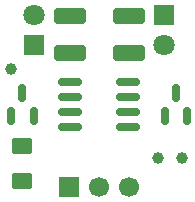
<source format=gbr>
%TF.GenerationSoftware,KiCad,Pcbnew,9.0.7*%
%TF.CreationDate,2026-01-19T15:41:53+08:00*%
%TF.ProjectId,mini-ir-blaster,6d696e69-2d69-4722-9d62-6c6173746572,rev?*%
%TF.SameCoordinates,Original*%
%TF.FileFunction,Soldermask,Top*%
%TF.FilePolarity,Negative*%
%FSLAX46Y46*%
G04 Gerber Fmt 4.6, Leading zero omitted, Abs format (unit mm)*
G04 Created by KiCad (PCBNEW 9.0.7) date 2026-01-19 15:41:53*
%MOMM*%
%LPD*%
G01*
G04 APERTURE LIST*
G04 Aperture macros list*
%AMRoundRect*
0 Rectangle with rounded corners*
0 $1 Rounding radius*
0 $2 $3 $4 $5 $6 $7 $8 $9 X,Y pos of 4 corners*
0 Add a 4 corners polygon primitive as box body*
4,1,4,$2,$3,$4,$5,$6,$7,$8,$9,$2,$3,0*
0 Add four circle primitives for the rounded corners*
1,1,$1+$1,$2,$3*
1,1,$1+$1,$4,$5*
1,1,$1+$1,$6,$7*
1,1,$1+$1,$8,$9*
0 Add four rect primitives between the rounded corners*
20,1,$1+$1,$2,$3,$4,$5,0*
20,1,$1+$1,$4,$5,$6,$7,0*
20,1,$1+$1,$6,$7,$8,$9,0*
20,1,$1+$1,$8,$9,$2,$3,0*%
G04 Aperture macros list end*
%ADD10RoundRect,0.150000X-0.825000X-0.150000X0.825000X-0.150000X0.825000X0.150000X-0.825000X0.150000X0*%
%ADD11C,1.000000*%
%ADD12RoundRect,0.150000X0.150000X-0.587500X0.150000X0.587500X-0.150000X0.587500X-0.150000X-0.587500X0*%
%ADD13R,1.700000X1.700000*%
%ADD14C,1.700000*%
%ADD15RoundRect,0.250001X-0.624999X0.462499X-0.624999X-0.462499X0.624999X-0.462499X0.624999X0.462499X0*%
%ADD16C,1.800000*%
%ADD17R,1.800000X1.800000*%
%ADD18RoundRect,0.250000X1.100000X-0.412500X1.100000X0.412500X-1.100000X0.412500X-1.100000X-0.412500X0*%
G04 APERTURE END LIST*
D10*
%TO.C,U1*%
X180025000Y-110595000D03*
X180025000Y-111865000D03*
X180025000Y-113135000D03*
X180025000Y-114405000D03*
X184975000Y-114405000D03*
X184975000Y-113135000D03*
X184975000Y-111865000D03*
X184975000Y-110595000D03*
%TD*%
D11*
%TO.C,TP3*%
X187500000Y-117000000D03*
%TD*%
%TO.C,TP2*%
X189500000Y-117000000D03*
%TD*%
%TO.C,TP1*%
X175000000Y-109500000D03*
%TD*%
D12*
%TO.C,Q2*%
X188050000Y-113437500D03*
X189950000Y-113437500D03*
X189000000Y-111562500D03*
%TD*%
%TO.C,Q1*%
X175050000Y-113437500D03*
X176950000Y-113437500D03*
X176000000Y-111562500D03*
%TD*%
D13*
%TO.C,J1*%
X179960000Y-119500000D03*
D14*
X182500000Y-119500000D03*
X185040000Y-119500000D03*
%TD*%
D15*
%TO.C,D3*%
X176000000Y-116025000D03*
X176000000Y-119000000D03*
%TD*%
D16*
%TO.C,D2*%
X177000000Y-104960000D03*
D17*
X177000000Y-107500000D03*
%TD*%
%TO.C,D1*%
X188000000Y-104960000D03*
D16*
X188000000Y-107500000D03*
%TD*%
D18*
%TO.C,C2*%
X185000000Y-105000000D03*
X185000000Y-108125000D03*
%TD*%
%TO.C,C1*%
X180000000Y-108125000D03*
X180000000Y-105000000D03*
%TD*%
M02*

</source>
